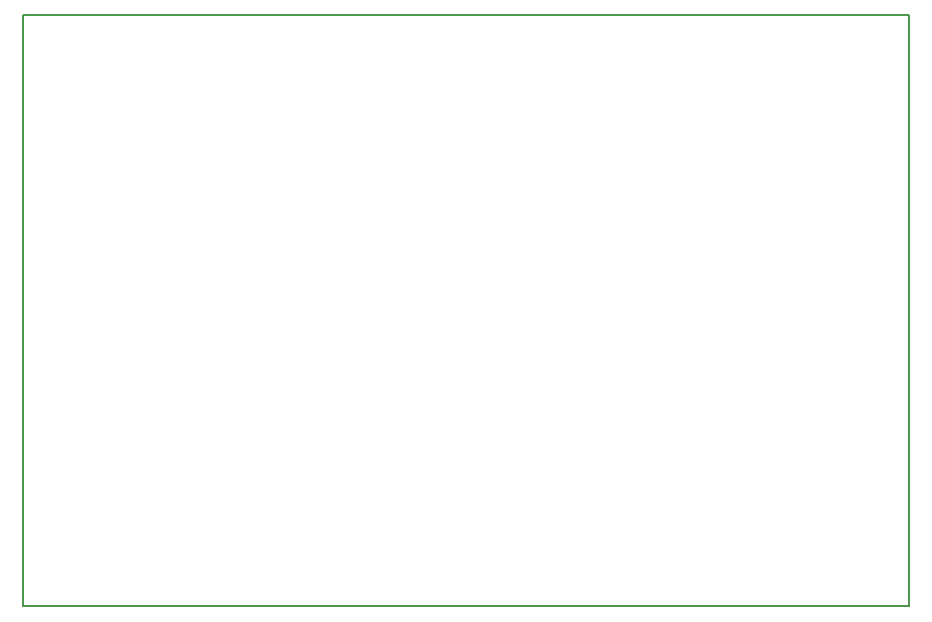
<source format=gbr>
%TF.GenerationSoftware,KiCad,Pcbnew,7.0.7*%
%TF.CreationDate,2023-08-17T16:49:06-04:00*%
%TF.ProjectId,eOPRA_interface,654f5052-415f-4696-9e74-657266616365,rev?*%
%TF.SameCoordinates,Original*%
%TF.FileFunction,Profile,NP*%
%FSLAX46Y46*%
G04 Gerber Fmt 4.6, Leading zero omitted, Abs format (unit mm)*
G04 Created by KiCad (PCBNEW 7.0.7) date 2023-08-17 16:49:06*
%MOMM*%
%LPD*%
G01*
G04 APERTURE LIST*
%TA.AperFunction,Profile*%
%ADD10C,0.200000*%
%TD*%
G04 APERTURE END LIST*
D10*
X100000000Y-75000000D02*
X175000000Y-75000000D01*
X175000000Y-125000000D01*
X100000000Y-125000000D01*
X100000000Y-75000000D01*
M02*

</source>
